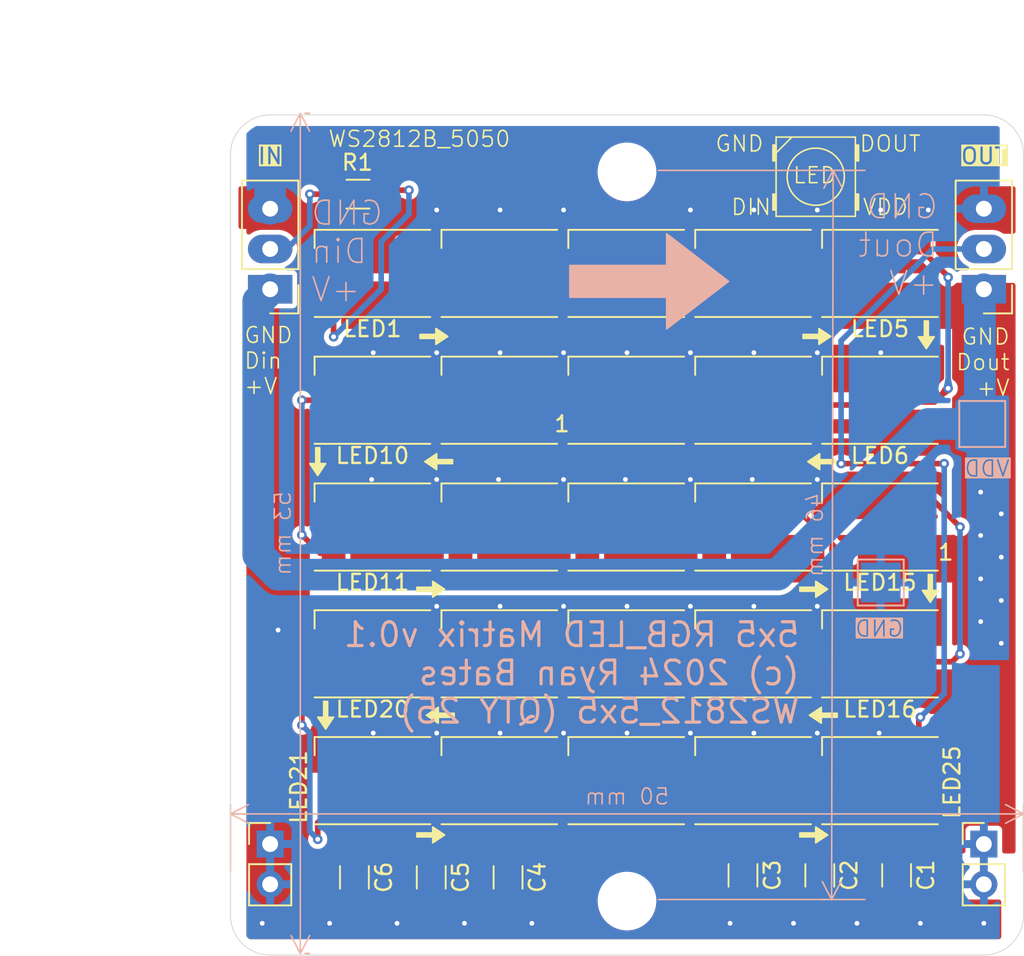
<source format=kicad_pcb>
(kicad_pcb (version 20240108) (generator "pcbnew") (generator_version "8.0")
  (layers (0 "F.Cu" signal) (31 "B.Cu" signal) (34 "B.Paste" user) (35 "F.Paste" user) (36 "B.SilkS" user "B.Silkscreen") (37 "F.SilkS" user "F.Silkscreen") (38 "B.Mask" user) (39 "F.Mask" user) (44 "Edge.Cuts" user))
  (net 0 "")
  (net 1 "Net-(LED1-DI)")
  (net 2 "Net-(J1-Pad2)")
  (net 3 "/VDD")
  (net 4 "/GND")
  (net 5 "Net-(LED1-DO)")
  (net 6 "Net-(LED2-DO)")
  (net 7 "Net-(LED3-DO)")
  (net 8 "Net-(LED4-DO)")
  (net 9 "/DATA")
  (net 10 "Net-(LED6-DO)")
  (net 11 "Net-(LED7-DO)")
  (net 12 "Net-(LED8-DO)")
  (net 13 "Net-(LED10-DI)")
  (net 14 "/DATA1")
  (net 15 "Net-(LED11-DO)")
  (net 16 "Net-(LED12-DO)")
  (net 17 "Net-(LED13-DO)")
  (net 18 "Net-(LED14-DO)")
  (net 19 "/DATA2")
  (net 20 "Net-(LED16-DO)")
  (net 21 "Net-(LED17-DO)")
  (net 22 "Net-(LED18-DO)")
  (net 23 "Net-(LED19-DO)")
  (net 24 "/DATA3")
  (net 25 "Net-(LED21-DO)")
  (net 26 "Net-(LED22-DO)")
  (net 27 "Net-(LED23-DO)")
  (net 28 "Net-(LED24-DO)")
  (net 29 "/DATA4")
  (footprint "PCM_SL_Connectors:PinHeader_1x03_P2.54mm_Vertical" (layer "F.Cu") (at 195.5 59 180)
    (property "Reference" "J2" (hide yes))
    (property "Value" "OUT" (at 0 8.4 0) (layer "F.SilkS" knockout))
    (pad "1" thru_hole rect (at 0 0 180) (size 2.8 1.8) (drill 1) (layers "*.Cu" "*.Mask") (net 3 "/VDD"))
    (pad "2" thru_hole oval (at 0 2.54 180) (size 2.8 1.8) (drill 1) (layers "*.Cu" "*.Mask") (net 29 "/DATA4"))
    (pad "3" thru_hole oval (at 0 5.08 180) (size 2.8 1.8) (drill 1) (layers "*.Cu" "*.Mask") (net 4 "/GND"))
  )
  (footprint "Capacitor_SMD:C_1206_3216Metric" (layer "F.Cu") (at 165.5 96.1 -90)
    (property "Reference" "C4" (at 0 -1.85 90) (layer "F.SilkS"))
    (property "Value" "1uF")
    (pad "1" smd roundrect (at -1.475 0 270) (size 1.15 1.8) (layers "F.Cu" "F.Paste" "F.Mask") (roundrect_rratio 0.217391) (net 3 "/VDD"))
    (pad "2" smd roundrect (at 1.475 0 270) (size 1.15 1.8) (layers "F.Cu" "F.Paste" "F.Mask") (roundrect_rratio 0.217391) (net 4 "/GND"))
  )
  (footprint "LED_SMD:LED_WS2812B_PLCC4_5.0x5.0mm_P3.2mm" (layer "F.Cu") (at 180.95 82 180)
    (property "Reference" "LED17" (hide yes))
    (property "Value" "WS2812B_5050N" (hide yes))
    (pad "1" smd rect (at -2.45 -1.65 180) (size 1.5 0.9) (layers "F.Cu" "F.Paste" "F.Mask") (net 3 "/VDD"))
    (pad "2" smd rect (at -2.45 1.65 180) (size 1.5 0.9) (layers "F.Cu" "F.Paste" "F.Mask") (net 21 "Net-(LED17-DO)"))
    (pad "3" smd rect (at 2.45 1.65 180) (size 1.5 0.9) (layers "F.Cu" "F.Paste" "F.Mask") (net 4 "/GND"))
    (pad "4" smd rect (at 2.45 -1.65 180) (size 1.5 0.9) (layers "F.Cu" "F.Paste" "F.Mask") (net 20 "Net-(LED16-DO)"))
  )
  (footprint "PCM_SL_Connectors:PinHeader_1x03_P2.54mm_Vertical" (layer "F.Cu") (at 150.5 59 180)
    (property "Reference" "J1" (hide yes))
    (property "Value" "IN" (at 0 8.4 0) (layer "F.SilkS" knockout))
    (pad "1" thru_hole rect (at 0 0 180) (size 2.8 1.8) (drill 1) (layers "*.Cu" "*.Mask") (net 3 "/VDD"))
    (pad "2" thru_hole oval (at 0 2.54 180) (size 2.8 1.8) (drill 1) (layers "*.Cu" "*.Mask") (net 2 "Net-(J1-Pad2)"))
    (pad "3" thru_hole oval (at 0 5.08 180) (size 2.8 1.8) (drill 1) (layers "*.Cu" "*.Mask") (net 4 "/GND"))
  )
  (footprint "LED_SMD:LED_WS2812B_PLCC4_5.0x5.0mm_P3.2mm" (layer "F.Cu") (at 188.95 74 180)
    (property "Reference" "LED15" (at 0 -3.5 0) (layer "F.SilkS"))
    (property "Value" "WS2812B_5050N" (hide yes))
    (fp_text user "1" (at -4.15 -1.6 0) (layer "F.SilkS"))
    (pad "1" smd rect (at -2.45 -1.65 180) (size 1.5 0.9) (layers "F.Cu" "F.Paste" "F.Mask") (net 3 "/VDD"))
    (pad "2" smd rect (at -2.45 1.65 180) (size 1.5 0.9) (layers "F.Cu" "F.Paste" "F.Mask") (net 19 "/DATA2"))
    (pad "3" smd rect (at 2.45 1.65 180) (size 1.5 0.9) (layers "F.Cu" "F.Paste" "F.Mask") (net 4 "/GND"))
    (pad "4" smd rect (at 2.45 -1.65 180) (size 1.5 0.9) (layers "F.Cu" "F.Paste" "F.Mask") (net 18 "Net-(LED14-DO)"))
  )
  (footprint "Connector_PinHeader_2.54mm:PinHeader_1x02_P2.54mm_Vertical" (layer "F.Cu") (at 150.5 94)
    (property "Reference" "J4" (hide yes))
    (property "Value" "PINHD_1x2_Male" (hide yes))
    (pad "1" thru_hole rect (at 0 0) (size 1.7 1.7) (drill 1) (layers "*.Cu" "*.Mask") (net 4 "/GND"))
    (pad "2" thru_hole oval (at 0 2.54) (size 1.7 1.7) (drill 1) (layers "*.Cu" "*.Mask") (net 4 "/GND"))
  )
  (footprint "Capacitor_SMD:C_1206_3216Metric" (layer "F.Cu") (at 190 95.975 -90)
    (property "Reference" "C1" (at 0 -1.85 90) (layer "F.SilkS"))
    (property "Value" "1uF")
    (pad "1" smd roundrect (at -1.475 0 270) (size 1.15 1.8) (layers "F.Cu" "F.Paste" "F.Mask") (roundrect_rratio 0.217391) (net 3 "/VDD"))
    (pad "2" smd roundrect (at 1.475 0 270) (size 1.15 1.8) (layers "F.Cu" "F.Paste" "F.Mask") (roundrect_rratio 0.217391) (net 4 "/GND"))
  )
  (footprint "LED_SMD:LED_WS2812B_PLCC4_5.0x5.0mm_P3.2mm" (layer "F.Cu") (at 164.95 58 180)
    (property "Reference" "LED2" (hide yes))
    (property "Value" "WS2812B_5050N" (hide yes))
    (pad "1" smd rect (at -2.45 -1.65 180) (size 1.5 0.9) (layers "F.Cu" "F.Paste" "F.Mask") (net 3 "/VDD"))
    (pad "2" smd rect (at -2.45 1.65 180) (size 1.5 0.9) (layers "F.Cu" "F.Paste" "F.Mask") (net 6 "Net-(LED2-DO)"))
    (pad "3" smd rect (at 2.45 1.65 180) (size 1.5 0.9) (layers "F.Cu" "F.Paste" "F.Mask") (net 4 "/GND"))
    (pad "4" smd rect (at 2.45 -1.65 180) (size 1.5 0.9) (layers "F.Cu" "F.Paste" "F.Mask") (net 5 "Net-(LED1-DO)"))
  )
  (footprint "LED_SMD:LED_WS2812B_PLCC4_5.0x5.0mm_P3.2mm" (layer "F.Cu") (at 188.95 82 180)
    (property "Reference" "LED16" (at 0 -3.5 0) (layer "F.SilkS"))
    (property "Value" "WS2812B_5050N" (hide yes))
    (pad "1" smd rect (at -2.45 -1.65 180) (size 1.5 0.9) (layers "F.Cu" "F.Paste" "F.Mask") (net 3 "/VDD"))
    (pad "2" smd rect (at -2.45 1.65 180) (size 1.5 0.9) (layers "F.Cu" "F.Paste" "F.Mask") (net 20 "Net-(LED16-DO)"))
    (pad "3" smd rect (at 2.45 1.65 180) (size 1.5 0.9) (layers "F.Cu" "F.Paste" "F.Mask") (net 4 "/GND"))
    (pad "4" smd rect (at 2.45 -1.65 180) (size 1.5 0.9) (layers "F.Cu" "F.Paste" "F.Mask") (net 19 "/DATA2"))
  )
  (footprint "LED_SMD:LED_WS2812B_PLCC4_5.0x5.0mm_P3.2mm" (layer "F.Cu") (at 180.95 66 180)
    (property "Reference" "LED7" (hide yes))
    (property "Value" "WS2812B_5050N" (hide yes))
    (pad "1" smd rect (at -2.45 -1.65 180) (size 1.5 0.9) (layers "F.Cu" "F.Paste" "F.Mask") (net 3 "/VDD"))
    (pad "2" smd rect (at -2.45 1.65 180) (size 1.5 0.9) (layers "F.Cu" "F.Paste" "F.Mask") (net 11 "Net-(LED7-DO)"))
    (pad "3" smd rect (at 2.45 1.65 180) (size 1.5 0.9) (layers "F.Cu" "F.Paste" "F.Mask") (net 4 "/GND"))
    (pad "4" smd rect (at 2.45 -1.65 180) (size 1.5 0.9) (layers "F.Cu" "F.Paste" "F.Mask") (net 10 "Net-(LED6-DO)"))
  )
  (footprint "Capacitor_SMD:C_1206_3216Metric" (layer "F.Cu") (at 185.15625 95.975 -90)
    (property "Reference" "C2" (at 0 -1.85 90) (layer "F.SilkS"))
    (property "Value" "1uF")
    (pad "1" smd roundrect (at -1.475 0 270) (size 1.15 1.8) (layers "F.Cu" "F.Paste" "F.Mask") (roundrect_rratio 0.217391) (net 3 "/VDD"))
    (pad "2" smd roundrect (at 1.475 0 270) (size 1.15 1.8) (layers "F.Cu" "F.Paste" "F.Mask") (roundrect_rratio 0.217391) (net 4 "/GND"))
  )
  (footprint "LED_SMD:LED_WS2812B_PLCC4_5.0x5.0mm_P3.2mm" (layer "F.Cu") (at 172.95 58 180)
    (property "Reference" "LED3" (hide yes))
    (property "Value" "WS2812B_5050N" (hide yes))
    (pad "1" smd rect (at -2.45 -1.65 180) (size 1.5 0.9) (layers "F.Cu" "F.Paste" "F.Mask") (net 3 "/VDD"))
    (pad "2" smd rect (at -2.45 1.65 180) (size 1.5 0.9) (layers "F.Cu" "F.Paste" "F.Mask") (net 7 "Net-(LED3-DO)"))
    (pad "3" smd rect (at 2.45 1.65 180) (size 1.5 0.9) (layers "F.Cu" "F.Paste" "F.Mask") (net 4 "/GND"))
    (pad "4" smd rect (at 2.45 -1.65 180) (size 1.5 0.9) (layers "F.Cu" "F.Paste" "F.Mask") (net 6 "Net-(LED2-DO)"))
  )
  (footprint "LED_SMD:LED_WS2812B_PLCC4_5.0x5.0mm_P3.2mm" (layer "F.Cu") (at 164.95 74 180)
    (property "Reference" "LED12" (hide yes))
    (property "Value" "WS2812B_5050N" (hide yes))
    (pad "1" smd rect (at -2.45 -1.65 180) (size 1.5 0.9) (layers "F.Cu" "F.Paste" "F.Mask") (net 3 "/VDD"))
    (pad "2" smd rect (at -2.45 1.65 180) (size 1.5 0.9) (layers "F.Cu" "F.Paste" "F.Mask") (net 16 "Net-(LED12-DO)"))
    (pad "3" smd rect (at 2.45 1.65 180) (size 1.5 0.9) (layers "F.Cu" "F.Paste" "F.Mask") (net 4 "/GND"))
    (pad "4" smd rect (at 2.45 -1.65 180) (size 1.5 0.9) (layers "F.Cu" "F.Paste" "F.Mask") (net 15 "Net-(LED11-DO)"))
  )
  (footprint "LED_SMD:LED_WS2812B_PLCC4_5.0x5.0mm_P3.2mm" (layer "F.Cu") (at 172.95 82 180)
    (property "Reference" "LED18" (hide yes))
    (property "Value" "WS2812B_5050N" (hide yes))
    (pad "1" smd rect (at -2.45 -1.65 180) (size 1.5 0.9) (layers "F.Cu" "F.Paste" "F.Mask") (net 3 "/VDD"))
    (pad "2" smd rect (at -2.45 1.65 180) (size 1.5 0.9) (layers "F.Cu" "F.Paste" "F.Mask") (net 22 "Net-(LED18-DO)"))
    (pad "3" smd rect (at 2.45 1.65 180) (size 1.5 0.9) (layers "F.Cu" "F.Paste" "F.Mask") (net 4 "/GND"))
    (pad "4" smd rect (at 2.45 -1.65 180) (size 1.5 0.9) (layers "F.Cu" "F.Paste" "F.Mask") (net 21 "Net-(LED17-DO)"))
  )
  (footprint "Capacitor_SMD:C_1206_3216Metric" (layer "F.Cu") (at 180.3125 95.975 -90)
    (property "Reference" "C3" (at 0 -1.85 90) (layer "F.SilkS"))
    (property "Value" "1uF")
    (pad "1" smd roundrect (at -1.475 0 270) (size 1.15 1.8) (layers "F.Cu" "F.Paste" "F.Mask") (roundrect_rratio 0.217391) (net 3 "/VDD"))
    (pad "2" smd roundrect (at 1.475 0 270) (size 1.15 1.8) (layers "F.Cu" "F.Paste" "F.Mask") (roundrect_rratio 0.217391) (net 4 "/GND"))
  )
  (footprint "LED_SMD:LED_WS2812B_PLCC4_5.0x5.0mm_P3.2mm" (layer "F.Cu") (at 180.95 74 180)
    (property "Reference" "LED14" (hide yes))
    (property "Value" "WS2812B_5050N" (hide yes))
    (pad "1" smd rect (at -2.45 -1.65 180) (size 1.5 0.9) (layers "F.Cu" "F.Paste" "F.Mask") (net 3 "/VDD"))
    (pad "2" smd rect (at -2.45 1.65 180) (size 1.5 0.9) (layers "F.Cu" "F.Paste" "F.Mask") (net 18 "Net-(LED14-DO)"))
    (pad "3" smd rect (at 2.45 1.65 180) (size 1.5 0.9) (layers "F.Cu" "F.Paste" "F.Mask") (net 4 "/GND"))
    (pad "4" smd rect (at 2.45 -1.65 180) (size 1.5 0.9) (layers "F.Cu" "F.Paste" "F.Mask") (net 17 "Net-(LED13-DO)"))
  )
  (footprint "MountingHole:MountingHole_3.2mm_M3" (layer "F.Cu") (at 173 51.6)
    (property "Reference" "H1" (hide yes))
    (property "Value" "MountingHole_M3" (hide yes))
    (pad "" np_thru_hole circle (at 0 0) (size 3.2 3.2) (drill 3.2) (layers "*.Cu" "*.Mask"))
  )
  (footprint "LED_SMD:LED_WS2812B_PLCC4_5.0x5.0mm_P3.2mm" (layer "F.Cu") (at 188.95 58 180)
    (property "Reference" "LED5" (at 0 -3.5 0) (layer "F.SilkS"))
    (property "Value" "WS2812B_5050N" (hide yes))
    (pad "1" smd rect (at -2.45 -1.65 180) (size 1.5 0.9) (layers "F.Cu" "F.Paste" "F.Mask") (net 3 "/VDD"))
    (pad "2" smd rect (at -2.45 1.65 180) (size 1.5 0.9) (layers "F.Cu" "F.Paste" "F.Mask") (net 9 "/DATA"))
    (pad "3" smd rect (at 2.45 1.65 180) (size 1.5 0.9) (layers "F.Cu" "F.Paste" "F.Mask") (net 4 "/GND"))
    (pad "4" smd rect (at 2.45 -1.65 180) (size 1.5 0.9) (layers "F.Cu" "F.Paste" "F.Mask") (net 8 "Net-(LED4-DO)"))
  )
  (footprint "LED_SMD:LED_WS2812B_PLCC4_5.0x5.0mm_P3.2mm" (layer "F.Cu") (at 164.95 82 180)
    (property "Reference" "LED19" (hide yes))
    (property "Value" "WS2812B_5050N" (hide yes))
    (pad "1" smd rect (at -2.45 -1.65 180) (size 1.5 0.9) (layers "F.Cu" "F.Paste" "F.Mask") (net 3 "/VDD"))
    (pad "2" smd rect (at -2.45 1.65 180) (size 1.5 0.9) (layers "F.Cu" "F.Paste" "F.Mask") (net 23 "Net-(LED19-DO)"))
    (pad "3" smd rect (at 2.45 1.65 180) (size 1.5 0.9) (layers "F.Cu" "F.Paste" "F.Mask") (net 4 "/GND"))
    (pad "4" smd rect (at 2.45 -1.65 180) (size 1.5 0.9) (layers "F.Cu" "F.Paste" "F.Mask") (net 22 "Net-(LED18-DO)"))
  )
  (footprint "LED_SMD:LED_WS2812B_PLCC4_5.0x5.0mm_P3.2mm" (layer "F.Cu") (at 188.95 66 180)
    (property "Reference" "LED6" (at 0 -3.5 0) (layer "F.SilkS"))
    (property "Value" "WS2812B_5050N" (hide yes))
    (pad "1" smd rect (at -2.45 -1.65 180) (size 1.5 0.9) (layers "F.Cu" "F.Paste" "F.Mask") (net 3 "/VDD"))
    (pad "2" smd rect (at -2.45 1.65 180) (size 1.5 0.9) (layers "F.Cu" "F.Paste" "F.Mask") (net 10 "Net-(LED6-DO)"))
    (pad "3" smd rect (at 2.45 1.65 180) (size 1.5 0.9) (layers "F.Cu" "F.Paste" "F.Mask") (net 4 "/GND"))
    (pad "4" smd rect (at 2.45 -1.65 180) (size 1.5 0.9) (layers "F.Cu" "F.Paste" "F.Mask") (net 9 "/DATA"))
  )
  (footprint "LED_SMD:LED_WS2812B_PLCC4_5.0x5.0mm_P3.2mm" (layer "F.Cu") (at 188.95 90 180)
    (property "Reference" "LED25" (at -4.55 -0.1 -90) (layer "F.SilkS"))
    (property "Value" "WS2812B_5050N" (hide yes))
    (pad "1" smd rect (at -2.45 -1.65 180) (size 1.5 0.9) (layers "F.Cu" "F.Paste" "F.Mask") (net 3 "/VDD"))
    (pad "2" smd rect (at -2.45 1.65 180) (size 1.5 0.9) (layers "F.Cu" "F.Paste" "F.Mask") (net 29 "/DATA4"))
    (pad "3" smd rect (at 2.45 1.65 180) (size 1.5 0.9) (layers "F.Cu" "F.Paste" "F.Mask") (net 4 "/GND"))
    (pad "4" smd rect (at 2.45 -1.65 180) (size 1.5 0.9) (layers "F.Cu" "F.Paste" "F.Mask") (net 28 "Net-(LED24-DO)"))
  )
  (footprint "LED_SMD:LED_WS2812B_PLCC4_5.0x5.0mm_P3.2mm" (layer "F.Cu") (at 180.95 90 180)
    (property "Reference" "LED24" (hide yes))
    (property "Value" "WS2812B_5050N" (hide yes))
    (pad "1" smd rect (at -2.45 -1.65 180) (size 1.5 0.9) (layers "F.Cu" "F.Paste" "F.Mask") (net 3 "/VDD"))
    (pad "2" smd rect (at -2.45 1.65 180) (size 1.5 0.9) (layers "F.Cu" "F.Paste" "F.Mask") (net 28 "Net-(LED24-DO)"))
    (pad "3" smd rect (at 2.45 1.65 180) (size 1.5 0.9) (layers "F.Cu" "F.Paste" "F.Mask") (net 4 "/GND"))
    (pad "4" smd rect (at 2.45 -1.65 180) (size 1.5 0.9) (layers "F.Cu" "F.Paste" "F.Mask") (net 27 "Net-(LED23-DO)"))
  )
  (footprint "Capacitor_SMD:C_1206_3216Metric" (layer "F.Cu") (at 155.8125 96.1 -90)
    (property "Reference" "C6" (at 0 -1.85 90) (layer "F.SilkS"))
    (property "Value" "1uF")
    (pad "1" smd roundrect (at -1.475 0 270) (size 1.15 1.8) (layers "F.Cu" "F.Paste" "F.Mask") (roundrect_rratio 0.217391) (net 3 "/VDD"))
    (pad "2" smd roundrect (at 1.475 0 270) (size 1.15 1.8) (layers "F.Cu" "F.Paste" "F.Mask") (roundrect_rratio 0.217391) (net 4 "/GND"))
  )
  (footprint "LED_SMD:LED_WS2812B_PLCC4_5.0x5.0mm_P3.2mm" (layer "F.Cu") (at 156.95 82 180)
    (property "Reference" "LED20" (at 0 -3.5 0) (layer "F.SilkS"))
    (property "Value" "WS2812B_5050N" (hide yes))
    (pad "1" smd rect (at -2.45 -1.65 180) (size 1.5 0.9) (layers "F.Cu" "F.Paste" "F.Mask") (net 3 "/VDD"))
    (pad "2" smd rect (at -2.45 1.65 180) (size 1.5 0.9) (layers "F.Cu" "F.Paste" "F.Mask") (net 24 "/DATA3"))
    (pad "3" smd rect (at 2.45 1.65 180) (size 1.5 0.9) (layers "F.Cu" "F.Paste" "F.Mask") (net 4 "/GND"))
    (pad "4" smd rect (at 2.45 -1.65 180) (size 1.5 0.9) (layers "F.Cu" "F.Paste" "F.Mask") (net 23 "Net-(LED19-DO)"))
  )
  (footprint "LED_SMD:LED_WS2812B_PLCC4_5.0x5.0mm_P3.2mm" (layer "F.Cu") (at 156.95 90 180)
    (property "Reference" "LED21" (at 4.65 -0.4 -90) (layer "F.SilkS"))
    (property "Value" "WS2812B_5050N" (hide yes))
    (pad "1" smd rect (at -2.45 -1.65 180) (size 1.5 0.9) (layers "F.Cu" "F.Paste" "F.Mask") (net 3 "/VDD"))
    (pad "2" smd rect (at -2.45 1.65 180) (size 1.5 0.9) (layers "F.Cu" "F.Paste" "F.Mask") (net 25 "Net-(LED21-DO)"))
    (pad "3" smd rect (at 2.45 1.65 180) (size 1.5 0.9) (layers "F.Cu" "F.Paste" "F.Mask") (net 4 "/GND"))
    (pad "4" smd rect (at 2.45 -1.65 180) (size 1.5 0.9) (layers "F.Cu" "F.Paste" "F.Mask") (net 24 "/DATA3"))
  )
  (footprint "LED_SMD:LED_WS2812B_PLCC4_5.0x5.0mm_P3.2mm" (layer "F.Cu") (at 172.95 66 180)
    (property "Reference" "LED8" (hide yes))
    (property "Value" "WS2812B_5050N" (hide yes))
    (pad "1" smd rect (at -2.45 -1.65 180) (size 1.5 0.9) (layers "F.Cu" "F.Paste" "F.Mask") (net 3 "/VDD"))
    (pad "2" smd rect (at -2.45 1.65 180) (size 1.5 0.9) (layers "F.Cu" "F.Paste" "F.Mask") (net 12 "Net-(LED8-DO)"))
    (pad "3" smd rect (at 2.45 1.65 180) (size 1.5 0.9) (layers "F.Cu" "F.Paste" "F.Mask") (net 4 "/GND"))
    (pad "4" smd rect (at 2.45 -1.65 180) (size 1.5 0.9) (layers "F.Cu" "F.Paste" "F.Mask") (net 11 "Net-(LED7-DO)"))
  )
  (footprint "LED_SMD:LED_WS2812B_PLCC4_5.0x5.0mm_P3.2mm" (layer "F.Cu") (at 156.95 74 180)
    (property "Reference" "LED11" (at 0 -3.5 0) (layer "F.SilkS"))
    (property "Value" "WS2812B_5050N" (hide yes))
    (pad "1" smd rect (at -2.45 -1.65 180) (size 1.5 0.9) (layers "F.Cu" "F.Paste" "F.Mask") (net 3 "/VDD"))
    (pad "2" smd rect (at -2.45 1.65 180) (size 1.5 0.9) (layers "F.Cu" "F.Paste" "F.Mask") (net 15 "Net-(LED11-DO)"))
    (pad "3" smd rect (at 2.45 1.65 180) (size 1.5 0.9) (layers "F.Cu" "F.Paste" "F.Mask") (net 4 "/GND"))
    (pad "4" smd rect (at 2.45 -1.65 180) (size 1.5 0.9) (layers "F.Cu" "F.Paste" "F.Mask") (net 14 "/DATA1"))
  )
  (footprint "Connector_PinHeader_2.54mm:PinHeader_1x02_P2.54mm_Vertical" (layer "F.Cu") (at 195.5 94)
    (property "Reference" "J3" (hide yes))
    (property "Value" "PINHD_1x2_Male" (hide yes))
    (pad "1" thru_hole rect (at 0 0) (size 1.7 1.7) (drill 1) (layers "*.Cu" "*.Mask") (net 4 "/GND"))
    (pad "2" thru_hole oval (at 0 2.54) (size 1.7 1.7) (drill 1) (layers "*.Cu" "*.Mask") (net 4 "/GND"))
  )
  (footprint "LED_SMD:LED_WS2812B_PLCC4_5.0x5.0mm_P3.2mm" (layer "F.Cu") (at 180.95 58 180)
    (property "Reference" "LED4" (hide yes))
    (property "Value" "WS2812B_5050N" (hide yes))
    (pad "1" smd rect (at -2.45 -1.65 180) (size 1.5 0.9) (layers "F.Cu" "F.Paste" "F.Mask") (net 3 "/VDD"))
    (pad "2" smd rect (at -2.45 1.65 180) (size 1.5 0.9) (layers "F.Cu" "F.Paste" "F.Mask") (net 8 "Net-(LED4-DO)"))
    (pad "3" smd rect (at 2.45 1.65 180) (size 1.5 0.9) (layers "F.Cu" "F.Paste" "F.Mask") (net 4 "/GND"))
    (pad "4" smd rect (at 2.45 -1.65 180) (size 1.5 0.9) (layers "F.Cu" "F.Paste" "F.Mask") (net 7 "Net-(LED3-DO)"))
  )
  (footprint "MountingHole:MountingHole_3.2mm_M3" (layer "F.Cu") (at 173 97.6)
    (property "Reference" "H2" (hide yes))
    (property "Value" "MountingHole_M3" (hide yes))
    (pad "" np_thru_hole circle (at 0 0) (size 3.2 3.2) (drill 3.2) (layers "*.Cu" "*.Mask"))
  )
  (footprint "LED_SMD:LED_WS2812B_PLCC4_5.0x5.0mm_P3.2mm" (layer "F.Cu") (at 156.95 66 180)
    (property "Reference" "LED10" (at 0 -3.5 0) (layer "F.SilkS"))
    (property "Value" "WS2812B_5050N" (hide yes))
    (pad "1" smd rect (at -2.45 -1.65 180) (size 1.5 0.9) (layers "F.Cu" "F.Paste" "F.Mask") (net 3 "/VDD"))
    (pad "2" smd rect (at -2.45 1.65 180) (size 1.5 0.9) (layers "F.Cu" "F.Paste" "F.Mask") (net 14 "/DATA1"))
    (pad "3" smd rect (at 2.45 1.65 180) (size 1.5 0.9) (layers "F.Cu" "F.Paste" "F.Mask") (net 4 "/GND"))
    (pad "4" smd rect (at 2.45 -1.65 180) (size 1.5 0.9) (layers "F.Cu" "F.Paste" "F.Mask") (net 13 "Net-(LED10-DI)"))
  )
  (footprint "LED_SMD:LED_WS2812B_PLCC4_5.0x5.0mm_P3.2mm" (layer "F.Cu") (at 172.95 74 180)
    (property "Reference" "LED13" (hide yes))
    (property "Value" "WS2812B_5050N" (hide yes))
    (pad "1" smd rect (at -2.45 -1.65 180) (size 1.5 0.9) (layers "F.Cu" "F.Paste" "F.Mask") (net 3 "/VDD"))
    (pad "2" smd rect (at -2.45 1.65 180) (size 1.5 0.9) (layers "F.Cu" "F.Paste" "F.Mask") (net 17 "Net-(LED13-DO)"))
    (pad "3" smd rect (at 2.45 1.65 180) (size 1.5 0.9) (layers "F.Cu" "F.Paste" "F.Mask") (net 4 "/GND"))
    (pad "4" smd rect (at 2.45 -1.65 180) (size 1.5 0.9) (layers "F.Cu" "F.Paste" "F.Mask") (net 16 "Net-(LED12-DO)"))
  )
  (footprint "LED_SMD:LED_WS2812B_PLCC4_5.0x5.0mm_P3.2mm" (layer "F.Cu") (at 164.95 66 180)
    (property "Reference" "LED9" (hide yes))
    (property "Value" "WS2812B_5050N" (hide yes))
    (pad "1" smd rect (at -2.45 -1.65 180) (size 1.5 0.9) (layers "F.Cu" "F.Paste" "F.Mask") (net 3 "/VDD"))
    (pad "2" smd rect (at -2.45 1.65 180) (size 1.5 0.9) (layers "F.Cu" "F.Paste" "F.Mask") (net 13 "Net-(LED10-DI)"))
    (pad "3" smd rect (at 2.45 1.65 180) (size 1.5 0.9) (layers "F.Cu" "F.Paste" "F.Mask") (net 4 "/GND"))
    (pad "4" smd rect (at 2.45 -1.65 180) (size 1.5 0.9) (layers "F.Cu" "F.Paste" "F.Mask") (net 12 "Net-(LED8-DO)"))
  )
  (footprint "LED_SMD:LED_WS2812B_PLCC4_5.0x5.0mm_P3.2mm" (layer "F.Cu") (at 164.95 90 180)
    (property "Reference" "LED22" (hide yes))
    (property "Value" "WS2812B_5050N" (hide yes))
    (pad "1" smd rect (at -2.45 -1.65 180) (size 1.5 0.9) (layers "F.Cu" "F.Paste" "F.Mask") (net 3 "/VDD"))
    (pad "2" smd rect (at -2.45 1.65 180) (size 1.5 0.9) (layers "F.Cu" "F.Paste" "F.Mask") (net 26 "Net-(LED22-DO)"))
    (pad "3" smd rect (at 2.45 1.65 180) (size 1.5 0.9) (layers "F.Cu" "F.Paste" "F.Mask") (net 4 "/GND"))
    (pad "4" smd rect (at 2.45 -1.65 180) (size 1.5 0.9) (layers "F.Cu" "F.Paste" "F.Mask") (net 25 "Net-(LED21-DO)"))
  )
  (footprint "LED_SMD:LED_WS2812B_PLCC4_5.0x5.0mm_P3.2mm" (layer "F.Cu") (at 172.95 90 180)
    (property "Reference" "LED23" (hide yes))
    (property "Value" "WS2812B_5050N" (hide yes))
    (pad "1" smd rect (at -2.45 -1.65 180) (size 1.5 0.9) (layers "F.Cu" "F.Paste" "F.Mask") (net 3 "/VDD"))
    (pad "2" smd rect (at -2.45 1.65 180) (size 1.5 0.9) (layers "F.Cu" "F.Paste" "F.Mask") (net 27 "Net-(LED23-DO)"))
    (pad "3" smd rect (at 2.45 1.65 180) (size 1.5 0.9) (layers "F.Cu" "F.Paste" "F.Mask") (net 4 "/GND"))
    (pad "4" smd rect (at 2.45 -1.65 180) (size 1.5 0.9) (layers "F.Cu" "F.Paste" "F.Mask") (net 26 "Net-(LED22-DO)"))
  )
  (footprint "Resistor_SMD:R_1206_3216Metric" (layer "F.Cu") (at 156.0375 53)
    (property "Reference" "R1" (at -0.0375 -2 0) (layer "F.SilkS"))
    (property "Value" "170")
    (pad "1" smd roundrect (at -1.4625 0) (size 1.125 1.75) (layers "F.Cu" "F.Paste" "F.Mask") (roundrect_rratio 0.222222) (net 2 "Net-(J1-Pad2)"))
    (pad "2" smd roundrect (at 1.4625 0) (size 1.125 1.75) (layers "F.Cu" "F.Paste" "F.Mask") (roundrect_rratio 0.222222) (net 1 "Net-(LED1-DI)"))
  )
  (footprint "Capacitor_SMD:C_1206_3216Metric" (layer "F.Cu") (at 160.65625 96.1 -90)
    (property "Reference" "C5" (at 0 -1.85 90) (layer "F.SilkS"))
    (property "Value" "1uF")
    (pad "1" smd roundrect (at -1.475 0 270) (size 1.15 1.8) (layers "F.Cu" "F.Paste" "F.Mask") (roundrect_rratio 0.217391) (net 3 "/VDD"))
    (pad "2" smd roundrect (at 1.475 0 270) (size 1.15 1.8) (layers "F.Cu" "F.Paste" "F.Mask") (roundrect_rratio 0.217391) (net 4 "/GND"))
  )
  (footprint "LED_SMD:LED_WS2812B_PLCC4_5.0x5.0mm_P3.2mm" (layer "F.Cu") (at 156.95 58 180)
    (property "Reference" "LED1" (at 0 -3.5 0) (layer "F.SilkS"))
    (property "Value" "WS2812B_5050N" (hide yes))
    (pad "1" smd rect (at -2.45 -1.65 180) (size 1.5 0.9) (layers "F.Cu" "F.Paste" "F.Mask") (net 3 "/VDD"))
    (pad "2" smd rect (at -2.45 1.65 180) (size 1.5 0.9) (layers "F.Cu" "F.Paste" "F.Mask") (net 5 "Net-(LED1-DO)"))
    (pad "3" smd rect (at 2.45 1.65 180) (size 1.5 0.9) (layers "F.Cu" "F.Paste" "F.Mask") (net 4 "/GND"))
    (pad "4" smd rect (at 2.45 -1.65 180) (size 1.5 0.9) (layers "F.Cu" "F.Paste" "F.Mask") (net 1 "Net-(LED1-DI)"))
  )
  (footprint "TestPoint:TestPoint_Pad_2.5x2.5mm" (layer "B.Cu") (at 195.4 67.5 180)
    (property "Reference" "TP2" (hide yes))
    (property "Value" "TestPoint" (hide yes))
    (pad "1" smd rect (at 0 0 180) (size 2.5 2.5) (layers "B.Cu" "B.Mask") (net 3 "/VDD"))
  )
  (footprint "TestPoint:TestPoint_Pad_2.5x2.5mm" (layer "B.Cu") (at 189 77.5 180)
    (property "Reference" "TP1" (hide yes))
    (property "Value" "TestPoint" (hide yes))
    (pad "1" smd rect (at 0 0 180) (size 2.5 2.5) (layers "B.Cu" "B.Mask") (net 4 "/GND"))
  )
  (gr_line (start 188 97.5) (end 175 97.5) (stroke (width 0.1)) (layer "B.SilkS"))
  (gr_line (start 188 51.5) (end 175 51.5) (stroke (width 0.1)) (layer "B.SilkS"))
  (gr_poly (pts (xy 175.5 55.5) (xy 179.4 58.5) (xy 175.5 61.5) (xy 175.5 59.5) (xy 169.4 59.5) (xy 169.4 57.5) (xy 175.5 57.5)) (stroke (width 0.1)) (fill solid) (layer "B.SilkS"))
  (gr_rect (start 161.1 85.75) (end 162.1 86) (stroke (width 0.1)) (fill solid) (layer "F.SilkS"))
  (gr_line (start 187.4 49.4) (end 187.4 54.4) (stroke (width 0.1)) (layer "F.SilkS"))
  (gr_poly (pts (xy 192.375 62) (xy 191.375 62) (xy 191.875 62.75)) (stroke (width 0.1)) (fill solid) (layer "F.SilkS"))
  (gr_poly (pts (xy 185.25 86.375) (xy 185.25 85.375) (xy 184.5 85.875)) (stroke (width 0.1)) (fill solid) (layer "F.SilkS"))
  (gr_poly (pts (xy 192.625 78) (xy 191.625 78) (xy 192.125 78.75)) (stroke (width 0.1)) (fill solid) (layer "F.SilkS"))
  (gr_line (start 182.4 54.4) (end 182.4 49.4) (stroke (width 0.1)) (layer "F.SilkS"))
  (gr_rect (start 187.4 49.9) (end 187.6 50.9) (stroke (width 0.1)) (fill solid) (layer "F.SilkS"))
  (gr_line (start 183.4 49.4) (end 182.4 50.4) (stroke (width 0.1)) (layer "F.SilkS"))
  (gr_rect (start 185.15 69.75) (end 186.15 70) (stroke (width 0.1)) (fill solid) (layer "F.SilkS"))
  (gr_line (start 182.4 49.4) (end 187.4 49.4) (stroke (width 0.1)) (layer "F.SilkS"))
  (gr_circle (center 184.9 51.9) (end 183.9 50.4) (stroke (width 0.1)) (fill none) (layer "F.SilkS"))
  (gr_rect (start 185.25 85.75) (end 186.25 86) (stroke (width 0.1)) (fill solid) (layer "F.SilkS"))
  (gr_poly (pts (xy 185.1 61.475) (xy 185.1 62.475) (xy 185.85 61.975)) (stroke (width 0.1)) (fill solid) (layer "F.SilkS"))
  (gr_poly (pts (xy 154.5 86) (xy 153.5 86) (xy 154 86.75)) (stroke (width 0.1)) (fill solid) (layer "F.SilkS"))
  (gr_poly (pts (xy 185.15 70.375) (xy 185.15 69.375) (xy 184.4 69.875)) (stroke (width 0.1)) (fill solid) (layer "F.SilkS"))
  (gr_poly (pts (xy 161 70.375) (xy 161 69.375) (xy 160.25 69.875)) (stroke (width 0.1)) (fill solid) (layer "F.SilkS"))
  (gr_rect (start 182.2 49.9) (end 182.4 50.9) (stroke (width 0.1)) (fill solid) (layer "F.SilkS"))
  (gr_rect (start 153.875 85) (end 154.125 86) (stroke (width 0.1)) (fill solid) (layer "F.SilkS"))
  (gr_rect (start 187.4 53) (end 187.6 54) (stroke (width 0.1)) (fill solid) (layer "F.SilkS"))
  (gr_rect (start 159.95 61.85) (end 160.95 62.1) (stroke (width 0.1)) (fill solid) (layer "F.SilkS"))
  (gr_rect (start 184.1 61.85) (end 185.1 62.1) (stroke (width 0.1)) (fill solid) (layer "F.SilkS"))
  (gr_rect (start 192 77) (end 192.25 78) (stroke (width 0.1)) (fill solid) (layer "F.SilkS"))
  (gr_rect (start 161 69.75) (end 162 70) (stroke (width 0.1)) (fill solid) (layer "F.SilkS"))
  (gr_rect (start 183.9 77.8) (end 184.9 78.05) (stroke (width 0.1)) (fill solid) (layer "F.SilkS"))
  (gr_poly (pts (xy 161.1 86.375) (xy 161.1 85.375) (xy 160.35 85.875)) (stroke (width 0.1)) (fill solid) (layer "F.SilkS"))
  (gr_rect (start 183.9 93.3) (end 184.9 93.55) (stroke (width 0.1)) (fill solid) (layer "F.SilkS"))
  (gr_rect (start 182.2 53) (end 182.4 54) (stroke (width 0.1)) (fill solid) (layer "F.SilkS"))
  (gr_rect (start 159.75 93.3) (end 160.75 93.55) (stroke (width 0.1)) (fill solid) (layer "F.SilkS"))
  (gr_rect (start 153.375 69) (end 153.625 70) (stroke (width 0.1)) (fill solid) (layer "F.SilkS"))
  (gr_poly (pts (xy 184.9 92.925) (xy 184.9 93.925) (xy 185.65 93.425)) (stroke (width 0.1)) (fill solid) (layer "F.SilkS"))
  (gr_poly (pts (xy 154 70) (xy 153 70) (xy 153.5 70.75)) (stroke (width 0.1)) (fill solid) (layer "F.SilkS"))
  (gr_poly (pts (xy 160.75 77.425) (xy 160.75 78.425) (xy 161.5 77.925)) (stroke (width 0.1)) (fill solid) (layer "F.SilkS"))
  (gr_rect (start 159.75 77.8) (end 160.75 78.05) (stroke (width 0.1)) (fill solid) (layer "F.SilkS"))
  (gr_poly (pts (xy 160.75 92.925) (xy 160.75 93.925) (xy 161.5 93.425)) (stroke (width 0.1)) (fill solid) (layer "F.SilkS"))
  (gr_line (start 187.4 54.4) (end 182.4 54.4) (stroke (width 0.1)) (layer "F.SilkS"))
  (gr_poly (pts (xy 160.95 61.475) (xy 160.95 62.475) (xy 161.7 61.975)) (stroke (width 0.1)) (fill solid) (layer "F.SilkS"))
  (gr_rect (start 191.75 61) (end 192 62) (stroke (width 0.1)) (fill solid) (layer "F.SilkS"))
  (gr_poly (pts (xy 184.9 77.425) (xy 184.9 78.425) (xy 185.65 77.925)) (stroke (width 0.1)) (fill solid) (layer "F.SilkS"))
  (gr_arc (start 148 50.5) (mid 148.732233 48.732233) (end 150.5 48) (stroke (width 0.05)) (layer "Edge.Cuts"))
  (gr_line (start 195.5 101) (end 150.5 101) (stroke (width 0.05)) (layer "Edge.Cuts"))
  (gr_arc (start 150.5 101) (mid 148.732233 100.267767) (end 148 98.5) (stroke (width 0.05)) (layer "Edge.Cuts"))
  (gr_arc (start 198 98.5) (mid 197.267767 100.267767) (end 195.5 101) (stroke (width 0.05)) (layer "Edge.Cuts"))
  (gr_line (start 198 50.5) (end 198 98.5) (stroke (width 0.05)) (layer "Edge.Cuts"))
  (gr_line (start 148 98.5) (end 148 50.5) (stroke (width 0.05)) (layer "Edge.Cuts"))
  (gr_line (start 150.5 48) (end 195.5 48) (stroke (width 0.05)) (layer "Edge.Cuts"))
  (gr_arc (start 195.5 48) (mid 197.267767 48.732233) (end 198 50.5) (stroke (width 0.05)) (layer "Edge.Cuts"))
  (gr_text "GND\nDin\n+V" (at 153 59.9 0) (layer "B.SilkS") (effects (font (size 1.5 1.5) (thickness 0.1)) (justify right bottom mirror)))
  (gr_text "VDD" (at 197.2 70.9 0) (layer "B.SilkS" knockout) (effects (font (size 1 1) (thickness 0.1)) (justify left bottom mirror)))
  (gr_text "5x5 RGB_LED Matrix v0.1\n(c) 2024 Ryan Bates\nWS2812_5x5 (QTY 25)" (at 184 86.5 0) (layer "B.SilkS") (effects (font (size 1.5 1.5) (thickness 0.2)) (justify left bottom mirror)))
  (gr_text "GND\nDout\n+V" (at 192.7 59.5 0) (layer "B.SilkS") (effects (font (size 1.5 1.5) (thickness 0.1)) (justify left bottom mirror)))
  (gr_text "GND" (at 190.5 81 0) (layer "B.SilkS" knockout) (effects (font (size 1 1) (thickness 0.1)) (justify left bottom mirror)))
  (gr_text "VDD" (at 187.8 54.4 0) (layer "F.SilkS") (effects (font (size 1 1) (thickness 0.1)) (justify left bottom)))
  (gr_text "DOUT" (at 187.6 50.4 0) (layer "F.SilkS") (effects (font (size 1 1) (thickness 0.1)) (justify left bottom)))
  (gr_text "GND\nDin\n+V" (at 148.8 65.7 0) (layer "F.SilkS") (effects (font (size 1 1) (thickness 0.1)) (justify left bottom)))
  (gr_text "GND" (at 178.5 50.4 0) (layer "F.SilkS") (effects (font (size 1 1) (thickness 0.1)) (justify left bottom)))
  (gr_text "1" (at 168.9 67.5 360) (layer "F.SilkS") (effects (font (size 1 1))))
  (gr_text "GND\nDout\n+V" (at 197.2 65.8 0) (layer "F.SilkS") (effects (font (size 1 1) (thickness 0.1)) (justify right bottom)))
  (gr_text "WS2812B_5050" (at 154.1 50.1 0) (layer "F.SilkS") (effects (font (size 1 1) (thickness 0.1)) (justify left bottom)))
  (gr_text "LED" (at 183.4 52.4 0) (layer "F.SilkS") (effects (font (size 1 1) (thickness 0.1)) (justify left bottom)))
  (gr_text "DIN" (at 179.5 54.4 0) (layer "F.SilkS") (effects (font (size 1 1) (thickness 0.1)) (justify left bottom)))
  (dimension (type aligned) (layer "B.SilkS") (pts (xy 148 96.2) (xy 198 96.2)) (height -4.1) (gr_text "50 mm" (at 173 91 0) (layer "B.SilkS") (effects (font (size 1 1) (thickness 0.1)) (justify mirror))) (format (prefix "") (suffix "") (units 3) (units_format 1) (precision 0)) (style (thickness 0.1) (arrow_length 1.27) (text_position_mode 0) (extension_height 0.58642) (extension_offset 0.5)))
  (dimension (type aligned) (layer "B.SilkS") (pts (xy 152.2 47.9) (xy 152.2 100.9)) (height -0.2) (gr_text "53 mm" (at 151.3 74.4 90) (layer "B.SilkS") (effects (font (size 1 1) (thickness 0.1)) (justify mirror))) (format (prefix "") (suffix "") (units 3) (units_format 1) (precision 0)) (style (thickness 0.1) (arrow_length 1.27) (text_position_mode 0) (extension_height 0.58642) (extension_offset 0.5) keep_text_aligned))
  (dimension (type aligned) (layer "B.SilkS") (pts (xy 186.007282 97.500233) (xy 186.107282 51.500233)) (height -0.107282) (gr_text "46 mm" (at 184.850003 74.497609 89.87544415) (layer "B.SilkS") (effects (font (size 1 1) (thickness 0.1)) (justify mirror))) (format (prefix "") (suffix "") (units 3) (units_format 1) (precision 0)) (style (thickness 0.1) (arrow_length 1.27) (text_position_mode 0) (extension_height 0.58642) (extension_offset 0.5) keep_text_aligned))
  (segment (start 159.25 52.75) (end 157.75 52.75) (width 0.3556) (layer "F.Cu") (net 1))
  (segment (start 157.75 52.75) (end 157.5 53) (width 0.3556) (layer "F.Cu") (net 1))
  (segment (start 154.5 62) (end 154.5 59.65) (width 0.3556) (layer "F.Cu") (net 1))
  (via (at 154.5 62) (size 0.6) (drill 0.3) (layers "F.Cu" "B.Cu") (net 1))
  (via (at 159.25 52.75) (size 0.6) (drill 0.3) (layers "F.Cu" "B.Cu") (net 1))
  (segment (start 159.25 52.75) (end 159.25 54.25) (width 0.3556) (layer "B.Cu") (net 1))
  (segment (start 157.5 56) (end 157.5 59) (width 0.3556) (layer "B.Cu") (net 1))
  (segment (start 159.25 54.25) (end 157.5 56) (width 0.3556) (layer "B.Cu") (net 1))
  (segment (start 157.5 59) (end 154.5 62) (width 0.3556) (layer "B.Cu") (net 1))
  (segment (start 153 53) (end 154.575 53) (width 0.3556) (layer "F.Cu") (net 2))
  (via (at 153 53) (size 0.6) (drill 0.3) (layers "F.Cu" "B.Cu") (net 2))
  (segment (start 153 55) (end 151.5 56.5) (width 0.3556) (layer "B.Cu") (net 2))
  (segment (start 151.5 56.5) (end 150 56.5) (width 0.3556) (layer "B.Cu") (net 2))
  (segment (start 153 53) (end 153 55) (width 0.3556) (layer "B.Cu") (net 2))
  (via (at 195.3 71.8) (size 0.6) (drill 0.3) (layers "F.Cu" "B.Cu") (net 3))
  (via (at 195.3 74.533332) (size 0.6) (drill 0.3) (layers "F.Cu" "B.Cu") (net 3))
  (via (at 196.6 75.9) (size 0.6) (drill 0.3) (layers "F.Cu" "B.Cu") (net 3))
  (via (at 196.6 73.166666) (size 0.6) (drill 0.3) (layers "F.Cu" "B.Cu") (net 3))
  (via (at 196.6 81.333334) (size 0.6) (drill 0.3) (layers "F.Cu" "B.Cu") (net 3))
  (via (at 195.3 77.266666) (size 0.6) (drill 0.3) (layers "F.Cu" "B.Cu") (net 3))
  (via (at 195.3 79.966666) (size 0.6) (drill 0.3) (layers "F.Cu" "B.Cu") (net 3))
  (via (at 196.6 78.633334) (size 0.6) (drill 0.3) (layers "F.Cu" "B.Cu") (net 3))
  (segment (start 195.25 67.25) (end 195 67.5) (width 2) (layer "B.Cu") (net 3))
  (segment (start 149.75 75.75) (end 149.75 59.75) (width 2) (layer "B.Cu") (net 3))
  (segment (start 195 67.5) (end 192 67.5) (width 2) (layer "B.Cu") (net 3))
  (segment (start 151 77) (end 149.75 75.75) (width 2) (layer "B.Cu") (net 3))
  (segment (start 195.25 59.25) (end 195.25 67.25) (width 2) (layer "B.Cu") (net 3))
  (segment (start 192 67.5) (end 182.5 77) (width 2) (layer "B.Cu") (net 3))
  (segment (start 195.5 59) (end 195.25 59.25) (width 2) (layer "B.Cu") (net 3))
  (segment (start 182.5 77) (end 151 77) (width 2) (layer "B.Cu") (net 3))
  (segment (start 149.75 59.75) (end 150.5 59) (width 2) (layer "B.Cu") (net 3))
  (via (at 165 79) (size 0.6) (drill 0.3) (layers "F.Cu" "B.Cu") (net 4))
  (via (at 169 87) (size 0.6) (drill 0.3) (layers "F.Cu" "B.Cu") (net 4))
  (via (at 188.9 87) (size 0.6) (drill 0.3) (layers "F.Cu" "B.Cu") (net 4))
  (via (at 165 54) (size 0.6) (drill 0.3) (layers "F.Cu" "B.Cu") (net 4))
  (via (at 161 63) (size 0.6) (drill 0.3) (layers "F.Cu" "B.Cu") (net 4))
  (via (at 173 63) (size 0.6) (drill 0.3) (layers "F.Cu" "B.Cu") (net 4))
  (via (at 158.5 99) (size 0.6) (drill 0.3) (layers "F.Cu" "B.Cu") (net 4))
  (via (at 165 87) (size 0.6) (drill 0.3) (layers "F.Cu" "B.Cu") (net 4))
  (via (at 185 54) (size 0.6) (drill 0.3) (layers "F.Cu" "B.Cu") (net 4))
  (via (at 173 87) (size 0.6) (drill 0.3) (layers "F.Cu" "B.Cu") (net 4))
  (via (at 185 87) (size 0.6) (drill 0.3) (layers "F.Cu" "B.Cu") (net 4))
  (via (at 191.5 99) (size 0.6) (drill 0.3) (layers "F.Cu" "B.Cu") (net 4))
  (via (at 189 63) (size 0.6) (drill 0.3) (layers "F.Cu" "B.Cu") (net 4))
  (via (at 177 54) (size 0.6) (drill 0.3) (layers "F.Cu" "B.Cu") (net 4))
  (via (at 157 87) (size 0.6) (drill 0.3) (layers "F.Cu" "B.Cu") (net 4))
  (via (at 181 54) (size 0.6) (drill 0.3) (layers "F.Cu" "B.Cu") (net 4))
  (via (at 181 79) (size 0.6) (drill 0.3) (layers "F.Cu" "B.Cu") (net 4))
  (via (at 169 71) (size 0.6) (drill 0.3) (layers "F.Cu" "B.Cu") (net 4))
  (via (at 161 71) (size 0.6) (drill 0.3) (layers "F.Cu" "B.Cu") (net 4))
  (via (at 165 63) (size 0.6) (drill 0.3) (layers "F.Cu" "B.Cu") (net 4))
  (via (at 185 79) (size 0.6) (drill 0.3) (layers "F.Cu" "B.Cu") (net 4))
  (via (at 192 54) (size 0.6) (drill 0.3) (layers "F.Cu" "B.Cu") (net 4))
  (via (at 177 63) (size 0.6) (drill 0.3) (layers "F.Cu" "B.Cu") (net 4))
  (via (at 169 54) (size 0.6) (drill 0.3) (layers "F.Cu" "B.Cu") (net 4))
  (via (at 172.9 71) (size 0.6) (drill 0.3) (layers "F.Cu" "B.Cu") (net 4))
  (via (at 169 63) (size 0.6) (drill 0.3) (layers "F.Cu" "B.Cu") (net 4))
  (via (at 195.5 99) (size 0.6) (drill 0.3) (layers "F.Cu" "B.Cu") (net 4))
  (via (at 161 79) (size 0.6) (drill 0.3) (layers "F.Cu" "B.Cu") (net 4))
  (via (at 167 99) (size 0.6) (drill 0.3) (layers "F.Cu" "B.Cu") (net 4))
  (via (at 177 87) (size 0.6) (drill 0.3) (layers "F.Cu" "B.Cu") (net 4))
  (via (at 173 79) (size 0.6) (drill 0.3) (layers "F.Cu" "B.Cu") (net 4))
  (via (at 150 99) (size 0.6) (drill 0.3) (layers "F.Cu" "B.Cu") (net 4))
  (via (at 183.5 99) (size 0.6) (drill 0.3) (layers "F.Cu" "B.Cu") (net 4))
  (via (at 180.9 71) (size 0.6) (drill 0.3) (layers "F.Cu" "B.Cu") (net 4))
  (via (at 181 87) (size 0.6) (drill 0.3) (layers "F.Cu" "B.Cu") (net 4))
  (via (at 157 63) (size 0.6) (drill 0.3) (layers "F.Cu" "B.Cu") (net 4))
  (via (at 185 63) (size 0.6) (drill 0.3) (layers "F.Cu" "B.Cu") (net 4))
  (via (at 177 79) (size 0.6) (drill 0.3) (layers "F.Cu" "B.Cu") (net 4))
  (via (at 161 54) (size 0.6) (drill 0.3) (layers "F.Cu" "B.Cu") (net 4))
  (via (at 187.5 99) (size 0.6) (drill 0.3) (layers "F.Cu" "B.Cu") (net 4))
  (via (at 156.9 71) (size 0.6) (drill 0.3) (layers "F.Cu" "B.Cu") (net 4))
  (via (at 185 71) (size 0.6) (drill 0.3) (layers "F.Cu" "B.Cu") (net 4))
  (via (at 169 79) (size 0.6) (drill 0.3) (layers "F.Cu" "B.Cu") (net 4))
  (via (at 154.25 99) (size 0.6) (drill 0.3) (layers "F.Cu" "B.Cu") (net 4))
  (via (at 189 54) (size 0.6) (drill 0.3) (layers "F.Cu" "B.Cu") (net 4))
  (via (at 161 87) (size 0.6) (drill 0.3) (layers "F.Cu" "B.Cu") (net 4))
  (via (at 164.9 71) (size 0.6) (drill 0.3) (layers "F.Cu" "B.Cu") (net 4))
  (via (at 177 71) (size 0.6) (drill 0.3) (layers "F.Cu" "B.Cu") (net 4))
  (via (at 162.75 99) (size 0.6) (drill 0.3) (layers "F.Cu" "B.Cu") (net 4))
  (via (at 151 80.5) (size 0.6) (drill 0.3) (layers "F.Cu" "B.Cu") (net 4))
  (via (at 179.5 99) (size 0.6) (drill 0.3) (layers "F.Cu" "B.Cu") (net 4))
  (via (at 181 63) (size 0.6) (drill 0.3) (layers "F.Cu" "B.Cu") (net 4))
  (segment (start 150.5 53.92) (end 150.5 50.5) (width 2) (layer "B.Cu") (net 4))
  (segment (start 159.4 56.55) (end 162.5 59.65) (width 0.3556) (layer "F.Cu") (net 5))
  (segment (start 159.4 56.35) (end 159.4 56.55) (width 0.3556) (layer "F.Cu") (net 5))
  (segment (start 167.4 56.35) (end 167.4 56.55) (width 0.3556) (layer "F.Cu") (net 6))
  (segment (start 167.4 56.55) (end 170.5 59.65) (width 0.3556) (layer "F.Cu") (net 6))
  (segment (start 175.4 56.35) (end 175.4 56.55) (width 0.3556) (layer "F.Cu") (net 7))
  (segment (start 175.4 56.55) (end 178.5 59.65) (width 0.3556) (layer "F.Cu") (net 7))
  (segment (start 183.4 56.35) (end 183.4 56.55) (width 0.3556) (layer "F.Cu") (net 8))
  (segment (start 183.4 56.55) (end 186.5 59.65) (width 0.3556) (layer "F.Cu") (net 8))
  (segment (start 193.25 58.25) (end 193.25 58.2) (width 0.3556) (layer "F.Cu") (net 9))
  (segment (start 193.25 58.2) (end 191.4 56.35) (width 0.3556) (layer "F.Cu") (net 9))
  (segment (start 192.3904 66.1096) (end 189.7904 66.1096) (width 0.3556) (layer "F.Cu") (net 9))
  (segment (start 188.2 67.7) (end 186.55 67.7) (width 0.3556) (layer "F.Cu") (net 9))
  (segment (start 186.55 67.7) (end 186.5 67.65) (width 0.3556) (layer "F.Cu") (net 9))
  (segment (start 189.7904 66.1096) (end 188.2 67.7) (width 0.3556) (layer "F.Cu") (net 9))
  (segment (start 193.25 65.25) (end 192.3904 66.1096) (width 0.3556) (layer "F.Cu") (net 9))
  (via (at 193.25 65.25) (size 0.6) (drill 0.3) (layers "F.Cu" "B.Cu") (net 9))
  (via (at 193.25 58.25) (size 0.6) (drill 0.3) (layers "F.Cu" "B.Cu") (net 9))
  (segment (start 193.25 65.25) (end 193.25 58.25) (width 0.3556) (layer "B.Cu") (net 9))
  (segment (start 181.3 66.3) (end 179.95 67.65) (width 0.3556) (layer "F.Cu") (net 10))
  (segment (start 191.3 64.35) (end 189.85 64.35) (width 0.3556) (layer "F.Cu") (net 10))
  (segment (start 189.85 64.35) (end 187.9 66.3) (width 0.3556) (layer "F.Cu") (net 10))
  (segment (start 179.95 67.65) (end 178.4 67.65) (width 0.3556) (layer "F.Cu") (net 10))
  (segment (start 187.9 66.3) (end 181.3 66.3) (width 0.3556) (layer "F.Cu") (net 10))
  (segment (start 171.95 67.65) (end 170.4 67.65) (width 0.3556) (layer "F.Cu") (net 11))
  (segment (start 181.85 64.35) (end 179.9 66.3) (width 0.3556) (layer "F.Cu") (net 11))
  (segment (start 173.3 66.3) (end 171.95 67.65) (width 0.3556) (layer "F.Cu") (net 11))
  (segment (start 179.9 66.3) (end 173.3 66.3) (width 0.3556) (layer "F.Cu") (net 11))
  (segment (start 183.3 64.35) (end 181.85 64.35) (width 0.3556) (layer "F.Cu") (net 11))
  (segment (start 163.95 67.65) (end 162.4 67.65) (width 0.3556) (layer "F.Cu") (net 12))
  (segment (start 165.3 66.3) (end 163.95 67.65) (width 0.3556) (layer "F.Cu") (net 12))
  (segment (start 173.85 64.35) (end 171.9 66.3) (width 0.3556) (layer "F.Cu") (net 12))
  (segment (start 175.3 64.35) (end 173.85 64.35) (width 0.3556) (layer "F.Cu") (net 12))
  (segment (start 171.9 66.3) (end 165.3 66.3) (width 0.3556) (layer "F.Cu") (net 12))
  (segment (start 156.15 67.65) (end 154.6 67.65) (width 0.3556) (layer "F.Cu") (net 13))
  (segment (start 164.1 66.3) (end 157.5 66.3) (width 0.3556) (layer "F.Cu") (net 13))
  (segment (start 166.05 64.35) (end 164.1 66.3) (width 0.3556) (layer "F.Cu") (net 13))
  (segment (start 167.5 64.35) (end 166.05 64.35) (width 0.3556) (layer "F.Cu") (net 13))
  (segment (start 157.5 66.3) (end 156.15 67.65) (width 0.3556) (layer "F.Cu") (net 13))
  (segment (start 152.5 74.5) (end 153.65 75.65) (width 0.3556) (layer "F.Cu") (net 14))
  (segment (start 158.15 64.35) (end 159.4 64.35) (width 0.3556) (layer "F.Cu") (net 14))
  (segment (start 153.65 75.65) (end 154.5 75.65) (width 0.3556) (layer "F.Cu") (net 14))
  (segment (start 156.5 66) (end 158.15 64.35) (width 0.3556) (layer "F.Cu") (net 14))
  (segment (start 152.5 66) (end 156.5 66) (width 0.3556) (layer "F.Cu") (net 14))
  (via (at 152.5 74.5) (size 0.6) (drill 0.3) (layers "F.Cu" "B.Cu") (net 14))
  (via (at 152.5 66) (size 0.6) (drill 0.3) (layers "F.Cu" "B.Cu") (net 14))
  (segment (start 152.5 66) (end 152.5 74.5) (width 0.3556) (layer "B.Cu") (net 14))
  (segment (start 159.4 72.55) (end 162.5 75.65) (width 0.3556) (layer "F.Cu") (net 15))
  (segment (start 159.4 72.35) (end 159.4 72.55) (width 0.3556) (layer "F.Cu") (net 15))
  (segment (start 167.4 72.55) (end 170.5 75.65) (width 0.3556) (layer "F.Cu") (net 16))
  (segment (start 167.4 72.35) (end 167.4 72.55) (width 0.3556) (layer "F.Cu") (net 16))
  (segment (start 175.4 72.35) (end 175.4 72.55) (width 0.3556) (layer "F.Cu") (net 17))
  (segment (start 175.4 72.55) (end 178.5 75.65) (width 0.3556) (layer "F.Cu") (net 17))
  (segment (start 183.4 72.35) (end 183.4 72.55) (width 0.3556) (layer "F.Cu") (net 18))
  (segment (start 183.4 72.55) (end 186.5 75.65) (width 0.3556) (layer "F.Cu") (net 18))
  (segment (start 191.4 72.35) (end 192.35 72.35) (width 0.3556) (layer "F.Cu") (net 19))
  (segment (start 193.5 82.5) (end 194 82) (width 0.3556) (layer "F.Cu") (net 19))
  (segment (start 187.85 83.65) (end 189 82.5) (width 0.3556) (layer "F.Cu") (net 19))
  (segment (start 189 82.5) (end 193.5 82.5) (width 0.3556) (layer "F.Cu") (net 19))
  (segment (start 186.5 83.65) (end 187.85 83.65) (width 0.3556) (layer "F.Cu") (net 19))
  (segment (start 192.35 72.35) (end 194 74) (width 0.3556) (layer "F.Cu") (net 19))
  (via (at 194 82) (size 0.6) (drill 0.3) (layers "F.Cu" "B.Cu") (net 19))
  (via (at 194 74) (size 0.6) (drill 0.3) (layers "F.Cu" "B.Cu") (net 19))
  (segment (start 194 82) (end 194 74) (width 0.3556) (layer "B.Cu") (net 19))
  (segment (start 191.4 80.35) (end 189.95 80.35) (width 0.3556) (layer "F.Cu") (net 20))
  (segment (start 180.05 83.65) (end 178.5 83.65) (width 0.3556) (layer "F.Cu") (net 20))
  (segment (start 188 82.3) (end 181.4 82.3) (width 0.3556) (layer "F.Cu") (net 20))
  (segment (start 189.95 80.35) (end 188 82.3) (width 0.3556) (layer "F.Cu") (net 20))
  (segment (start 181.4 82.3) (end 180.05 83.65) (width 0.3556) (layer "F.Cu") (net 20))
  (segment (start 173.4 82.3) (end 172.05 83.65) (width 0.3556) (layer "F.Cu") (net 21))
  (segment (start 180 82.3) (end 173.4 82.3) (width 0.3556) (layer "F.Cu") (net 21))
  (segment (start 183.4 80.35) (end 181.95 80.35) (width 0.3556) (layer "F.Cu") (net 21))
  (segment (start 172.05 83.65) (end 170.5 83.65) (width 0.3556) (layer "F.Cu") (net 21))
  (segment (start 181.95 80.35) (end 180 82.3) (width 0.3556) (layer "F.Cu") (net 21))
  (segment (start 163.95 83.65) (end 162.4 83.65) (width 0.3556) (layer "F.Cu") (net 22))
  (segment (start 175.3 80.35) (end 173.85 80.35) (width 0.3556) (layer "F.Cu") (net 22))
  (segment (start 171.9 82.3) (end 165.3 82.3) (width 0.3556) (layer "F.Cu") (net 22))
  (segment (start 173.85 80.35) (end 171.9 82.3) (width 0.3556) (layer "F.Cu") (net 22))
  (segment (start 165.3 82.3) (end 163.95 83.65) (width 0.3556) (layer "F.Cu") (net 22))
  (segment (start 155.95 83.65) (end 154.4 83.65) (width 0.3556) (layer "F.Cu") (net 23))
  (segment (start 163.9 82.3) (end 157.3 82.3) (width 0.3556) (layer "F.Cu") (net 23))
  (segment (start 157.3 82.3) (end 155.95 83.65) (width 0.3556) (layer "F.Cu") (net 23))
  (segment (start 165.85 80.35) (end 163.9 82.3) (width 0.3556) (layer "F.Cu") (net 23))
  (segment (start 167.3 80.35) (end 165.85 80.35) (width 0.3556) (layer "F.Cu") (net 23))
  (segment (start 152.5 82.5) (end 153 82) (width 0.3556) (layer "F.Cu") (net 24))
  (segment (start 152.5 86.5) (end 152.5 82.5) (width 0.3556) (layer "F.Cu") (net 24))
  (segment (start 153.5 93.7) (end 153.5 92.65) (width 0.3556) (layer "F.Cu") (net 24))
  (segment (start 156.5 82) (end 158.15 80.35) (width 0.3556) (layer "F.Cu") (net 24))
  (segment (start 158.15 80.35) (end 159.4 80.35) (width 0.3556) (layer "F.Cu") (net 24))
  (segment (start 153 82) (end 156.5 82) (width 0.3556) (layer "F.Cu") (net 24))
  (segment (start 153.5 92.65) (end 154.5 91.65) (width 0.3556) (layer "F.Cu") (net 24))
  (via (at 152.5 86.5) (size 0.6) (drill 0.3) (layers "F.Cu" "B.Cu") (net 24))
  (via (at 153.5 93.7) (size 0.6) (drill 0.3) (layers "F.Cu" "B.Cu") (net 24))
  (segment (start 153 87) (end 152.5 86.5) (width 0.3556) (layer "B.Cu") (net 24))
  (segment (start 153.5 93.7) (end 153 93.2) (width 0.3556) (layer "B.Cu") (net 24))
  (segment (start 153 93.2) (end 153 87) (width 0.3556) (layer "B.Cu") (net 24))
  (segment (start 159.4 88.35) (end 159.4 88.55) (width 0.3556) (layer "F.Cu") (net 25))
  (segment (start 159.4 88.55) (end 162.5 91.65) (width 0.3556) (layer "F.Cu") (net 25))
  (segment (start 167.4 88.35) (end 167.4 88.55) (width 0.3556) (layer "F.Cu") (net 26))
  (segment (start 167.4 88.55) (end 170.5 91.65) (width 0.3556) (layer "F.Cu") (net 26))
  (segment (start 175.4 88.35) (end 175.4 88.55) (width 0.3556) (layer "F.Cu") (net 27))
  (segment (start 175.4 88.55) (end 178.5 91.65) (width 0.3556) (layer "F.Cu") (net 27))
  (segment (start 183.4 88.35) (end 183.4 88.55) (width 0.3556) (layer "F.Cu") (net 28))
  (segment (start 183.4 88.55) (end 186.5 91.65) (width 0.3556) (layer "F.Cu") (net 28))
  (segment (start 191.4 88.35) (end 191.4 86.1) (width 0.3556) (layer "F.Cu") (net 29))
  (segment (start 186.5 70) (end 193 70) (width 0.3556) (layer "F.Cu") (net 29))
  (segment (start 191.4 86.1) (end 191.5 86) (width 0.3556) (layer "F.Cu") (net 29))
  (via (at 193 70) (size 0.6) (drill 0.3) (layers "F.Cu" "B.Cu") (net 29))
  (via (at 191.5 86) (size 0.6) (drill 0.3) (layers "F.Cu" "B.Cu") (net 29))
  (via (at 186.5 70) (size 0.6) (drill 0.3) (layers "F.Cu" "B.Cu") (net 29))
  (segment (start 195.5 56.46) (end 192.29 56.46) (width 0.3556) (layer "B.Cu") (net 29))
  (segment (start 190 58.75) (end 186.5 62.25) (width 0.3556) (layer "B.Cu") (net 29))
  (segment (start 193 84.5) (end 191.5 86) (width 0.3556) (layer "B.Cu") (net 29))
  (segment (start 192.29 56.46) (end 190 58.75) (width 0.3556) (layer "B.Cu") (net 29))
  (segment (start 193 70) (end 193 84.5) (width 0.3556) (layer "B.Cu") (net 29))
  (segment (start 186.5 62.25) (end 186.5 70) (width 0.3556) (layer "B.Cu") (net 29))
  (zone (net 3) (net_name "/VDD") (layer "F.Cu") (connect_pads yes (clearance 0.3048)) (min_thickness 0.3048) (fill yes (thermal_gap 0.508) (thermal_bridge_width 0.508))
    (polygon (pts (xy 153.5 94.5) (xy 153.5 90) (xy 193.5 90) (xy 193.5 85.8) (xy 153.5 85.8) (xy 153.5 82.5) (xy 193.5 82.5) (xy 193.5 77.5) (xy 153.5 77.5) (xy 153.5 74.5) (xy 193.5 74.5) (xy 193.5 69.5) (xy 153.5 69.5) (xy 153.5 66.5) (xy 193.5 66.5) (xy 193.5 61.5) (xy 153.5 61.5) (xy 153.5 58.5) (xy 198 58.6) (xy 198 94.6)))
  )
  (zone (net 4) (net_name "/GND") (layer "F.Cu") (connect_pads yes (clearance 0.3048)) (min_thickness 0.3048) (fill yes (thermal_gap 0.508) (thermal_bridge_width 0.508))
    (polygon (pts (xy 197.5 52.5) (xy 197.5 55.5) (xy 194.5 55.5) (xy 194.5 58) (xy 153 58) (xy 153 62.5) (xy 193 62.5) (xy 193 65.5) (xy 153 65.5) (xy 153 70.5) (xy 193 70.5) (xy 193 73.5) (xy 153 73.5) (xy 153 78.5) (xy 193 78.5) (xy 193 81.5) (xy 153 81.5) (xy 153 86.5) (xy 193 86.5) (xy 193 89.5) (xy 153 89.5) (xy 153 97.5) (xy 196.6 97.5) (xy 196.6 100) (xy 149 100) (xy 149 55.2) (xy 148.5 55.2) (xy 148.5 52.5)))
  )
  (zone (net 4) (net_name "/GND") (layer "B.Cu") (priority 1) (connect_pads (clearance 0.3048)) (min_thickness 0.25) (fill yes (thermal_gap 0.5) (thermal_bridge_width 0.5))
    (polygon (pts (xy 196.5 100) (xy 196.5 48.7) (xy 149 48.7) (xy 149 51) (xy 149 54.5) (xy 149 55) (xy 149 100)))
  )
  (zone (net 3) (net_name "/VDD") (layer "B.Cu") (priority 2) (connect_pads yes (clearance 0.3048)) (min_thickness 0.25) (fill yes (thermal_gap 0.5) (thermal_bridge_width 0.5))
    (polygon (pts (xy 197.1 82.4) (xy 194.4 82.4) (xy 194.4 69.3) (xy 193.7 69.1) (xy 193.7 66.1) (xy 194.1 65.7) (xy 197.1 65.7)))
  )
)
</source>
